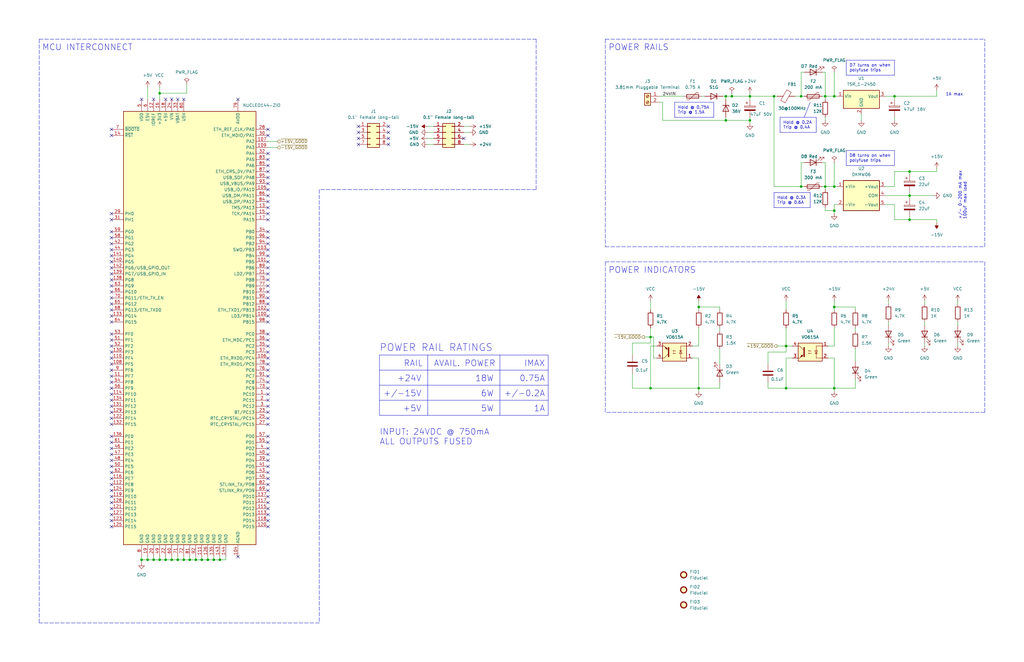
<source format=kicad_sch>
(kicad_sch (version 20211123) (generator eeschema)
  (paper "USLedger")
  (title_block (title "NISoC Readout 1 Power Board") (date "2022-07-27") (rev "1.0") (company "University of Dallas") (comment 1 "Drawn By: Aidan Medcalf"))
  (junction (at 383.54 82.55))
  (junction (at 90.17 236.22))
  (junction (at 337.82 78.74))
  (junction (at 308.61 40.64))
  (junction (at 306.07 50.8))
  (junction (at 351.79 40.64))
  (junction (at 80.01 236.22))
  (junction (at 59.69 236.22))
  (junction (at 274.32 163.83))
  (junction (at 87.63 236.22))
  (junction (at 77.47 236.22))
  (junction (at 316.23 40.64))
  (junction (at 92.71 236.22))
  (junction (at 294.64 163.83))
  (junction (at 82.55 236.22))
  (junction (at 64.77 236.22))
  (junction (at 351.79 163.83))
  (junction (at 331.47 146.05))
  (junction (at 351.79 88.9))
  (junction (at 69.85 236.22))
  (junction (at 331.47 163.83))
  (junction (at 85.09 236.22))
  (junction (at 62.23 236.22))
  (junction (at 383.54 92.71))
  (junction (at 351.79 78.74))
  (junction (at 347.98 40.64))
  (junction (at 294.64 129.54))
  (junction (at 326.39 40.64))
  (junction (at 383.54 72.39))
  (junction (at 67.31 236.22))
  (junction (at 316.23 50.8))
  (junction (at 74.93 236.22))
  (junction (at 351.79 129.54))
  (junction (at 274.32 142.24))
  (junction (at 337.82 40.64))
  (junction (at 347.98 78.74))
  (junction (at 306.07 40.64))
  (junction (at 72.39 236.22))
  (junction (at 67.31 39.37))
  (junction (at 377.19 40.64))
  (no_connect (at 46.99 113.03))
  (no_connect (at 113.03 133.35))
  (no_connect (at 100.33 234.95))
  (no_connect (at 113.03 207.01))
  (no_connect (at 46.99 133.35))
  (no_connect (at 113.03 201.93))
  (no_connect (at 113.03 77.47))
  (no_connect (at 46.99 173.99))
  (no_connect (at 113.03 92.71))
  (no_connect (at 113.03 120.65))
  (no_connect (at 46.99 189.23))
  (no_connect (at 113.03 135.89))
  (no_connect (at 46.99 90.17))
  (no_connect (at 46.99 92.71))
  (no_connect (at 46.99 97.79))
  (no_connect (at 46.99 176.53))
  (no_connect (at 46.99 143.51))
  (no_connect (at 113.03 110.49))
  (no_connect (at 113.03 97.79))
  (no_connect (at 46.99 168.91))
  (no_connect (at 113.03 176.53))
  (no_connect (at 113.03 163.83))
  (no_connect (at 163.83 53.34))
  (no_connect (at 113.03 156.21))
  (no_connect (at 46.99 219.71))
  (no_connect (at 46.99 209.55))
  (no_connect (at 151.13 58.42))
  (no_connect (at 113.03 140.97))
  (no_connect (at 113.03 161.29))
  (no_connect (at 46.99 128.27))
  (no_connect (at 113.03 113.03))
  (no_connect (at 46.99 110.49))
  (no_connect (at 113.03 217.17))
  (no_connect (at 113.03 146.05))
  (no_connect (at 113.03 100.33))
  (no_connect (at 113.03 199.39))
  (no_connect (at 46.99 161.29))
  (no_connect (at 46.99 204.47))
  (no_connect (at 46.99 130.81))
  (no_connect (at 113.03 107.95))
  (no_connect (at 113.03 166.37))
  (no_connect (at 46.99 214.63))
  (no_connect (at 46.99 135.89))
  (no_connect (at 113.03 74.93))
  (no_connect (at 69.85 41.91))
  (no_connect (at 113.03 214.63))
  (no_connect (at 113.03 171.45))
  (no_connect (at 151.13 60.96))
  (no_connect (at 46.99 156.21))
  (no_connect (at 46.99 179.07))
  (no_connect (at 113.03 80.01))
  (no_connect (at 46.99 171.45))
  (no_connect (at 113.03 189.23))
  (no_connect (at 113.03 153.67))
  (no_connect (at 46.99 222.25))
  (no_connect (at 163.83 58.42))
  (no_connect (at 113.03 130.81))
  (no_connect (at 113.03 90.17))
  (no_connect (at 113.03 87.63))
  (no_connect (at 113.03 64.77))
  (no_connect (at 113.03 54.61))
  (no_connect (at 113.03 57.15))
  (no_connect (at 46.99 105.41))
  (no_connect (at 113.03 105.41))
  (no_connect (at 46.99 102.87))
  (no_connect (at 46.99 191.77))
  (no_connect (at 113.03 168.91))
  (no_connect (at 46.99 151.13))
  (no_connect (at 113.03 102.87))
  (no_connect (at 46.99 146.05))
  (no_connect (at 46.99 207.01))
  (no_connect (at 46.99 212.09))
  (no_connect (at 59.69 41.91))
  (no_connect (at 64.77 41.91))
  (no_connect (at 74.93 41.91))
  (no_connect (at 72.39 41.91))
  (no_connect (at 113.03 179.07))
  (no_connect (at 113.03 143.51))
  (no_connect (at 46.99 166.37))
  (no_connect (at 46.99 120.65))
  (no_connect (at 113.03 209.55))
  (no_connect (at 113.03 222.25))
  (no_connect (at 113.03 186.69))
  (no_connect (at 113.03 85.09))
  (no_connect (at 113.03 196.85))
  (no_connect (at 113.03 184.15))
  (no_connect (at 46.99 115.57))
  (no_connect (at 113.03 128.27))
  (no_connect (at 113.03 125.73))
  (no_connect (at 113.03 191.77))
  (no_connect (at 113.03 82.55))
  (no_connect (at 113.03 219.71))
  (no_connect (at 113.03 67.31))
  (no_connect (at 46.99 196.85))
  (no_connect (at 46.99 199.39))
  (no_connect (at 113.03 72.39))
  (no_connect (at 46.99 54.61))
  (no_connect (at 46.99 57.15))
  (no_connect (at 100.33 41.91))
  (no_connect (at 46.99 186.69))
  (no_connect (at 46.99 153.67))
  (no_connect (at 46.99 217.17))
  (no_connect (at 113.03 158.75))
  (no_connect (at 46.99 123.19))
  (no_connect (at 46.99 184.15))
  (no_connect (at 163.83 60.96))
  (no_connect (at 113.03 123.19))
  (no_connect (at 163.83 55.88))
  (no_connect (at 46.99 158.75))
  (no_connect (at 113.03 69.85))
  (no_connect (at 113.03 212.09))
  (no_connect (at 151.13 55.88))
  (no_connect (at 77.47 41.91))
  (no_connect (at 113.03 151.13))
  (no_connect (at 46.99 140.97))
  (no_connect (at 151.13 53.34))
  (no_connect (at 46.99 194.31))
  (no_connect (at 46.99 118.11))
  (no_connect (at 113.03 194.31))
  (no_connect (at 113.03 204.47))
  (no_connect (at 195.58 58.42))
  (no_connect (at 113.03 148.59))
  (no_connect (at 113.03 118.11))
  (no_connect (at 46.99 100.33))
  (no_connect (at 46.99 148.59))
  (no_connect (at 113.03 173.99))
  (no_connect (at 46.99 125.73))
  (no_connect (at 46.99 201.93))
  (no_connect (at 46.99 163.83))
  (no_connect (at 46.99 107.95))
  (no_connect (at 113.03 115.57))
  (wire (pts (xy 195.58 60.96) (xy 198.12 60.96)))
  (wire (pts (xy 383.54 82.55) (xy 383.54 83.82)))
  (polyline (pts (xy 377.19 25.4) (xy 377.19 31.75)) (stroke (width 0) (type solid)))
  (wire (pts (xy 389.89 127) (xy 389.89 128.27)))
  (wire (pts (xy 316.23 40.64) (xy 316.23 39.37)))
  (wire (pts (xy 337.82 78.74) (xy 326.39 78.74)))
  (wire (pts (xy 92.71 234.95) (xy 92.71 236.22)))
  (wire (pts (xy 87.63 236.22) (xy 90.17 236.22)))
  (wire (pts (xy 303.53 161.29) (xy 303.53 163.83)))
  (wire (pts (xy 308.61 39.37) (xy 308.61 40.64)))
  (wire (pts (xy 72.39 234.95) (xy 72.39 236.22)))
  (wire (pts (xy 351.79 86.36) (xy 351.79 88.9)))
  (wire (pts (xy 351.79 40.64) (xy 353.06 40.64)))
  (wire (pts (xy 339.09 68.58) (xy 337.82 68.58)))
  (wire (pts (xy 274.32 138.43) (xy 274.32 142.24)))
  (wire (pts (xy 363.22 48.26) (xy 363.22 50.8)))
  (wire (pts (xy 62.23 36.83) (xy 62.23 41.91)))
  (wire (pts (xy 360.68 129.54) (xy 360.68 130.81)))
  (wire (pts (xy 294.64 151.13) (xy 294.64 163.83)))
  (polyline (pts (xy 16.51 16.51) (xy 16.51 262.89)))
  (polyline (pts (xy 134.62 262.89) (xy 16.51 262.89)))
  (polyline (pts (xy 377.19 69.85) (xy 356.87 69.85)) (stroke (width 0) (type solid)))
  (wire (pts (xy 377.19 78.74) (xy 377.19 72.39)))
  (wire (pts (xy 80.01 234.95) (xy 80.01 236.22)))
  (wire (pts (xy 67.31 39.37) (xy 67.31 41.91)))
  (wire (pts (xy 360.68 147.32) (xy 360.68 152.4)))
  (wire (pts (xy 266.7 163.83) (xy 274.32 163.83)))
  (polyline (pts (xy 16.51 16.51) (xy 226.06 16.51)))
  (wire (pts (xy 360.68 138.43) (xy 360.68 139.7)))
  (wire (pts (xy 337.82 30.48) (xy 337.82 40.64)))
  (wire (pts (xy 403.86 144.78) (xy 403.86 146.05)))
  (polyline (pts (xy 255.27 104.14) (xy 415.29 104.14)))
  (wire (pts (xy 374.65 144.78) (xy 374.65 146.05)))
  (wire (pts (xy 347.98 30.48) (xy 347.98 40.64)))
  (wire (pts (xy 351.79 129.54) (xy 360.68 129.54)))
  (polyline (pts (xy 210.82 149.86) (xy 210.82 175.26)) (stroke (width 0) (type solid)))
  (polyline (pts (xy 344.17 49.53) (xy 344.17 55.88)) (stroke (width 0) (type solid)))
  (wire (pts (xy 394.97 40.64) (xy 394.97 38.1)))
  (wire (pts (xy 403.86 127) (xy 403.86 128.27)))
  (wire (pts (xy 82.55 236.22) (xy 85.09 236.22)))
  (wire (pts (xy 353.06 86.36) (xy 351.79 86.36)))
  (wire (pts (xy 331.47 163.83) (xy 331.47 151.13)))
  (wire (pts (xy 351.79 151.13) (xy 351.79 163.83)))
  (wire (pts (xy 351.79 129.54) (xy 351.79 130.81)))
  (wire (pts (xy 383.54 92.71) (xy 394.97 92.71)))
  (wire (pts (xy 383.54 92.71) (xy 383.54 91.44)))
  (wire (pts (xy 274.32 144.78) (xy 274.32 142.24)))
  (wire (pts (xy 347.98 78.74) (xy 347.98 80.01)))
  (wire (pts (xy 331.47 146.05) (xy 334.01 146.05)))
  (wire (pts (xy 347.98 41.91) (xy 347.98 40.64)))
  (wire (pts (xy 77.47 236.22) (xy 80.01 236.22)))
  (wire (pts (xy 276.86 146.05) (xy 274.32 146.05)))
  (wire (pts (xy 59.69 234.95) (xy 59.69 236.22)))
  (wire (pts (xy 347.98 87.63) (xy 347.98 88.9)))
  (polyline (pts (xy 255.27 110.49) (xy 255.27 173.99)))
  (wire (pts (xy 331.47 138.43) (xy 331.47 146.05)))
  (wire (pts (xy 180.34 60.96) (xy 182.88 60.96)))
  (wire (pts (xy 374.65 127) (xy 374.65 128.27)))
  (polyline (pts (xy 160.02 175.26) (xy 231.14 175.26)) (stroke (width 0) (type solid)))
  (wire (pts (xy 72.39 236.22) (xy 74.93 236.22)))
  (wire (pts (xy 349.25 151.13) (xy 351.79 151.13)))
  (wire (pts (xy 347.98 78.74) (xy 346.71 78.74)))
  (wire (pts (xy 347.98 88.9) (xy 351.79 88.9)))
  (wire (pts (xy 69.85 236.22) (xy 72.39 236.22)))
  (polyline (pts (xy 344.17 55.88) (xy 328.93 55.88)) (stroke (width 0) (type solid)))
  (polyline (pts (xy 300.99 43.18) (xy 300.99 49.53)) (stroke (width 0) (type solid)))
  (wire (pts (xy 374.65 135.89) (xy 374.65 137.16)))
  (wire (pts (xy 67.31 236.22) (xy 69.85 236.22)))
  (wire (pts (xy 351.79 163.83) (xy 351.79 165.1)))
  (wire (pts (xy 303.53 129.54) (xy 303.53 130.81)))
  (wire (pts (xy 349.25 146.05) (xy 351.79 146.05)))
  (polyline (pts (xy 415.29 104.14) (xy 415.29 16.51)))
  (wire (pts (xy 306.07 50.8) (xy 316.23 50.8)))
  (wire (pts (xy 373.38 40.64) (xy 377.19 40.64)))
  (wire (pts (xy 92.71 236.22) (xy 95.25 236.22)))
  (polyline (pts (xy 356.87 25.4) (xy 356.87 31.75)) (stroke (width 0) (type solid)))
  (wire (pts (xy 394.97 72.39) (xy 394.97 71.12)))
  (wire (pts (xy 303.53 138.43) (xy 303.53 139.7)))
  (wire (pts (xy 77.47 234.95) (xy 77.47 236.22)))
  (wire (pts (xy 59.69 236.22) (xy 59.69 237.49)))
  (wire (pts (xy 383.54 72.39) (xy 394.97 72.39)))
  (polyline (pts (xy 231.14 149.86) (xy 231.14 175.26)) (stroke (width 0) (type solid)))
  (wire (pts (xy 323.85 148.59) (xy 331.47 148.59)))
  (wire (pts (xy 195.58 53.34) (xy 198.12 53.34)))
  (wire (pts (xy 377.19 86.36) (xy 377.19 92.71)))
  (wire (pts (xy 195.58 55.88) (xy 198.12 55.88)))
  (wire (pts (xy 82.55 234.95) (xy 82.55 236.22)))
  (wire (pts (xy 294.64 138.43) (xy 294.64 146.05)))
  (wire (pts (xy 337.82 30.48) (xy 339.09 30.48)))
  (wire (pts (xy 373.38 78.74) (xy 377.19 78.74)))
  (wire (pts (xy 274.32 127) (xy 274.32 130.81)))
  (polyline (pts (xy 341.63 81.28) (xy 341.63 87.63)) (stroke (width 0) (type solid)))
  (wire (pts (xy 90.17 234.95) (xy 90.17 236.22)))
  (wire (pts (xy 347.98 49.53) (xy 347.98 50.8)))
  (wire (pts (xy 351.79 78.74) (xy 347.98 78.74)))
  (polyline (pts (xy 160.02 168.91) (xy 231.14 168.91)) (stroke (width 0) (type solid)))
  (polyline (pts (xy 284.48 43.18) (xy 284.48 49.53)) (stroke (width 0) (type solid)))
  (wire (pts (xy 275.59 142.24) (xy 274.32 142.24)))
  (wire (pts (xy 294.64 129.54) (xy 303.53 129.54)))
  (wire (pts (xy 180.34 58.42) (xy 182.88 58.42)))
  (wire (pts (xy 377.19 40.64) (xy 377.19 41.91)))
  (wire (pts (xy 274.32 146.05) (xy 274.32 163.83)))
  (wire (pts (xy 292.1 146.05) (xy 294.64 146.05)))
  (polyline (pts (xy 255.27 16.51) (xy 415.29 16.51)))
  (wire (pts (xy 377.19 72.39) (xy 383.54 72.39)))
  (wire (pts (xy 394.97 92.71) (xy 394.97 93.98)))
  (polyline (pts (xy 180.34 149.86) (xy 180.34 175.26)) (stroke (width 0) (type solid)))
  (wire (pts (xy 113.03 59.69) (xy 116.84 59.69)))
  (wire (pts (xy 347.98 40.64) (xy 351.79 40.64)))
  (polyline (pts (xy 356.87 63.5) (xy 377.19 63.5)) (stroke (width 0) (type solid)))
  (wire (pts (xy 306.07 49.53) (xy 306.07 50.8)))
  (wire (pts (xy 347.98 68.58) (xy 347.98 78.74)))
  (wire (pts (xy 180.34 55.88) (xy 182.88 55.88)))
  (polyline (pts (xy 328.93 49.53) (xy 339.09 49.53)) (stroke (width 0) (type solid)))
  (wire (pts (xy 64.77 236.22) (xy 67.31 236.22)))
  (wire (pts (xy 316.23 40.64) (xy 326.39 40.64)))
  (wire (pts (xy 67.31 234.95) (xy 67.31 236.22)))
  (wire (pts (xy 337.82 68.58) (xy 337.82 78.74)))
  (wire (pts (xy 303.53 147.32) (xy 303.53 153.67)))
  (wire (pts (xy 113.03 62.23) (xy 116.84 62.23)))
  (wire (pts (xy 346.71 30.48) (xy 347.98 30.48)))
  (wire (pts (xy 266.7 157.48) (xy 266.7 163.83)))
  (polyline (pts (xy 377.19 63.5) (xy 377.19 69.85)) (stroke (width 0) (type solid)))
  (wire (pts (xy 306.07 50.8) (xy 279.4 50.8)))
  (wire (pts (xy 323.85 161.29) (xy 323.85 163.83)))
  (polyline (pts (xy 341.63 87.63) (xy 326.39 87.63)) (stroke (width 0) (type solid)))
  (wire (pts (xy 316.23 50.8) (xy 316.23 52.07)))
  (polyline (pts (xy 356.87 25.4) (xy 377.19 25.4)) (stroke (width 0) (type solid)))
  (wire (pts (xy 331.47 148.59) (xy 331.47 146.05)))
  (wire (pts (xy 377.19 92.71) (xy 383.54 92.71)))
  (wire (pts (xy 85.09 234.95) (xy 85.09 236.22)))
  (wire (pts (xy 323.85 163.83) (xy 331.47 163.83)))
  (polyline (pts (xy 134.62 80.01) (xy 134.62 262.89)))
  (wire (pts (xy 326.39 40.64) (xy 327.66 40.64)))
  (wire (pts (xy 275.59 151.13) (xy 275.59 142.24)))
  (polyline (pts (xy 326.39 81.28) (xy 326.39 87.63)) (stroke (width 0) (type solid)))
  (wire (pts (xy 353.06 78.74) (xy 351.79 78.74)))
  (wire (pts (xy 351.79 88.9) (xy 351.79 90.17)))
  (wire (pts (xy 351.79 163.83) (xy 360.68 163.83)))
  (wire (pts (xy 67.31 39.37) (xy 78.74 39.37)))
  (wire (pts (xy 327.66 146.05) (xy 331.47 146.05)))
  (wire (pts (xy 308.61 40.64) (xy 316.23 40.64)))
  (wire (pts (xy 64.77 234.95) (xy 64.77 236.22)))
  (wire (pts (xy 351.79 68.58) (xy 351.79 78.74)))
  (wire (pts (xy 351.79 127) (xy 351.79 129.54)))
  (wire (pts (xy 266.7 149.86) (xy 266.7 144.78)))
  (wire (pts (xy 59.69 236.22) (xy 62.23 236.22)))
  (wire (pts (xy 351.79 30.48) (xy 351.79 40.64)))
  (wire (pts (xy 74.93 234.95) (xy 74.93 236.22)))
  (wire (pts (xy 331.47 151.13) (xy 334.01 151.13)))
  (polyline (pts (xy 255.27 110.49) (xy 415.29 110.49)))
  (polyline (pts (xy 160.02 149.86) (xy 231.14 149.86)) (stroke (width 0) (type solid)))
  (wire (pts (xy 278.13 40.64) (xy 288.29 40.64)))
  (wire (pts (xy 351.79 138.43) (xy 351.79 146.05)))
  (wire (pts (xy 316.23 40.64) (xy 316.23 41.91)))
  (wire (pts (xy 383.54 82.55) (xy 393.7 82.55)))
  (polyline (pts (xy 339.09 49.53) (xy 344.17 49.53)) (stroke (width 0) (type solid)))
  (wire (pts (xy 295.91 40.64) (xy 297.18 40.64)))
  (polyline (pts (xy 226.06 80.01) (xy 134.62 80.01)))
  (wire (pts (xy 294.64 129.54) (xy 294.64 130.81)))
  (polyline (pts (xy 226.06 16.51) (xy 226.06 80.01)))
  (wire (pts (xy 180.34 53.34) (xy 182.88 53.34)))
  (wire (pts (xy 271.78 142.24) (xy 274.32 142.24)))
  (wire (pts (xy 331.47 163.83) (xy 351.79 163.83)))
  (wire (pts (xy 67.31 36.83) (xy 67.31 39.37)))
  (wire (pts (xy 274.32 163.83) (xy 294.64 163.83)))
  (wire (pts (xy 339.09 78.74) (xy 337.82 78.74)))
  (wire (pts (xy 80.01 236.22) (xy 82.55 236.22)))
  (wire (pts (xy 276.86 151.13) (xy 275.59 151.13)))
  (wire (pts (xy 85.09 236.22) (xy 87.63 236.22)))
  (wire (pts (xy 346.71 40.64) (xy 347.98 40.64)))
  (polyline (pts (xy 377.19 31.75) (xy 356.87 31.75)) (stroke (width 0) (type solid)))
  (wire (pts (xy 292.1 151.13) (xy 294.64 151.13)))
  (polyline (pts (xy 356.87 63.5) (xy 356.87 69.85)) (stroke (width 0) (type solid)))
  (wire (pts (xy 360.68 160.02) (xy 360.68 163.83)))
  (wire (pts (xy 294.64 163.83) (xy 294.64 165.1)))
  (wire (pts (xy 373.38 82.55) (xy 383.54 82.55)))
  (wire (pts (xy 389.89 144.78) (xy 389.89 146.05)))
  (wire (pts (xy 403.86 135.89) (xy 403.86 137.16)))
  (wire (pts (xy 306.07 40.64) (xy 306.07 41.91)))
  (wire (pts (xy 389.89 135.89) (xy 389.89 137.16)))
  (wire (pts (xy 306.07 40.64) (xy 308.61 40.64)))
  (polyline (pts (xy 326.39 81.28) (xy 341.63 81.28)) (stroke (width 0) (type solid)))
  (wire (pts (xy 95.25 236.22) (xy 95.25 234.95)))
  (wire (pts (xy 90.17 236.22) (xy 92.71 236.22)))
  (polyline (pts (xy 415.29 110.49) (xy 415.29 173.99)))
  (wire (pts (xy 62.23 236.22) (xy 64.77 236.22)))
  (wire (pts (xy 323.85 153.67) (xy 323.85 148.59)))
  (polyline (pts (xy 415.29 173.99) (xy 255.27 173.99)))
  (wire (pts (xy 87.63 234.95) (xy 87.63 236.22)))
  (polyline (pts (xy 328.93 55.88) (xy 328.93 49.53)) (stroke (width 0) (type solid)))
  (polyline (pts (xy 160.02 149.86) (xy 160.02 175.26)) (stroke (width 0) (type solid)))
  (wire (pts (xy 331.47 127) (xy 331.47 130.81)))
  (wire (pts (xy 278.13 43.18) (xy 279.4 43.18)))
  (wire (pts (xy 279.4 43.18) (xy 279.4 50.8)))
  (wire (pts (xy 62.23 236.22) (xy 62.23 234.95)))
  (polyline (pts (xy 284.48 43.18) (xy 300.99 43.18)) (stroke (width 0) (type solid)))
  (wire (pts (xy 373.38 86.36) (xy 377.19 86.36)))
  (wire (pts (xy 337.82 40.64) (xy 339.09 40.64)))
  (wire (pts (xy 326.39 40.64) (xy 326.39 78.74)))
  (wire (pts (xy 294.64 163.83) (xy 303.53 163.83)))
  (wire (pts (xy 377.19 49.53) (xy 377.19 50.8)))
  (wire (pts (xy 335.28 40.64) (xy 337.82 40.64)))
  (wire (pts (xy 266.7 144.78) (xy 274.32 144.78)))
  (wire (pts (xy 74.93 236.22) (xy 77.47 236.22)))
  (wire (pts (xy 383.54 72.39) (xy 383.54 73.66)))
  (wire (pts (xy 346.71 68.58) (xy 347.98 68.58)))
  (wire (pts (xy 294.64 127) (xy 294.64 129.54)))
  (polyline (pts (xy 341.63 43.18) (xy 339.09 49.53)) (stroke (width 0) (type solid)))
  (wire (pts (xy 383.54 82.55) (xy 383.54 81.28)))
  (polyline (pts (xy 160.02 156.21) (xy 231.14 156.21)) (stroke (width 0) (type solid)))
  (wire (pts (xy 377.19 40.64) (xy 394.97 40.64)))
  (polyline (pts (xy 255.27 16.51) (xy 255.27 104.14)))
  (wire (pts (xy 78.74 39.37) (xy 78.74 35.56)))
  (polyline (pts (xy 160.02 162.56) (xy 231.14 162.56)) (stroke (width 0) (type solid)))
  (wire (pts (xy 69.85 234.95) (xy 69.85 236.22)))
  (wire (pts (xy 316.23 49.53) (xy 316.23 50.8)))
  (polyline (pts (xy 300.99 49.53) (xy 284.48 49.53)) (stroke (width 0) (type solid)))
  (wire (pts (xy 304.8 40.64) (xy 306.07 40.64)))
  (text "+/- 0-200 mA max\n100uF max load" (at 407.67 92.71 90) (effects (font (size 1.27 1.27)) (justify left bottom)))
  (text "MCU INTERCONNECT" (at 17.78 21.59 0) (effects (font (size 2.54 2.54)) (justify left bottom)))
  (text "+24V" (at 177.8 161.29 180) (effects (font (size 2.54 2.54)) (justify right bottom)))
  (text "18W" (at 208.28 161.29 180) (effects (font (size 2.54 2.54)) (justify right bottom)))
  (text "D7 turns on when\npolyfuse trips" (at 358.14 30.48 0) (effects (font (size 1.27 1.27)) (justify left bottom)))
  (text "+/-15V" (at 177.8 167.64 180) (effects (font (size 2.54 2.54)) (justify right bottom)))
  (text "POWER RAIL RATINGS" (at 160.02 148.59 0) (effects (font (size 3 3)) (justify left bottom)))
  (text "POWER RAILS" (at 256.54 21.59 0) (effects (font (size 2.54 2.54)) (justify left bottom)))
  (text "6W" (at 208.28 167.64 180) (effects (font (size 2.54 2.54)) (justify right bottom)))
  (text "D8 turns on when\npolyfuse trips" (at 358.14 68.58 0) (effects (font (size 1.27 1.27)) (justify left bottom)))
  (text "+5V" (at 177.8 173.99 180) (effects (font (size 2.54 2.54)) (justify right bottom)))
  (text "0.75A" (at 229.87 161.29 180) (effects (font (size 2.54 2.54)) (justify right bottom)))
  (text "1A" (at 229.87 173.99 180) (effects (font (size 2.54 2.54)) (justify right bottom)))
  (text "+/-0.2A" (at 229.87 167.64 180) (effects (font (size 2.54 2.54)) (justify right bottom)))
  (text "RAIL" (at 170.18 154.94 0) (effects (font (size 2.54 2.54)) (justify left bottom)))
  (text "1A max" (at 398.78 40.64 0) (effects (font (size 1.27 1.27)) (justify left bottom)))
  (text "IMAX" (at 220.98 154.94 0) (effects (font (size 2.54 2.54)) (justify left bottom)))
  (text "INPUT: 24VDC @ 750mA\nALL OUTPUTS FUSED" (at 160.02 187.96 0) (effects (font (size 2.54 2.54)) (justify left bottom)))
  (text "Hold @ 0.3A\nTrip @ 0.6A" (at 327.66 86.36 0) (effects (font (size 1.27 1.27)) (justify left bottom)))
  (text "Hold @ 0.2A\nTrip @ 0.4A" (at 330.2 54.61 0) (effects (font (size 1.27 1.27)) (justify left bottom)))
  (text "POWER INDICATORS" (at 256.54 115.57 0) (effects (font (size 2.54 2.54)) (justify left bottom)))
  (text "Hold @ 0.75A\nTrip @ 1.5A" (at 285.75 48.26 0) (effects (font (size 1.27 1.27)) (justify left bottom)))
  (text "5W" (at 208.28 173.99 180) (effects (font (size 2.54 2.54)) (justify right bottom)))
  (text "AVAIL. POWER" (at 182.88 154.94 0) (effects (font (size 2.54 2.54)) (justify left bottom)))
  (label "24VIN" (at 279.4 40.64 0))
  (hierarchical_label "~{-15V_GOOD}" (shape input) (at 116.84 62.23 0))
  (hierarchical_label "~{-15V_GOOD}" (shape output) (at 271.78 142.24 180))
  (hierarchical_label "~{+15V_GOOD}" (shape input) (at 116.84 59.69 0))
  (hierarchical_label "~{+15V_GOOD}" (shape output) (at 327.66 146.05 180))
  (symbol (lib_id "Device:C_Polarized") (at 377.19 45.72 0) (unit 1)
    (property "Reference" "C2" (at 381 43.5609 0) (effects (justify left)))
    (property "Value" "47uF 16V" (at 381 46.1009 0) (effects (justify left)))
    (property "Footprint" "Capacitor_SMD:CP_Elec_5x5.3" (effects hide))
  )
  (symbol (lib_id "NISoC-Socket:DKMW06") (at 363.22 82.55 0) (unit 1)
    (property "Reference" "U2" (at 363.22 71.12 0))
    (property "Value" "DKMW06" (at 363.22 73.66 0))
    (property "Footprint" "NISoC-Socket:Converter_DCDC_Meanwell_DKMW06" (effects hide))
    (property "Datasheet" "https://www.meanwell.com/webapp/product/search.aspx?prod=DKMW06#1" (effects hide))
    (property "MFG 1" "Mean Well" (effects hide))
    (property "MPN 1" "DKMW06F-15" (effects hide))
  )
  (symbol (lib_id "power:+15V") (at 351.79 127 0) (unit 1)
    (property "Reference" "#PWR024" (effects hide))
    (property "Value" "+15V" (at 351.79 121.92 0))
  )
  (symbol (lib_id "power:VCC") (at 331.47 127 0) (unit 1)
    (property "Reference" "#PWR023" (effects hide))
    (property "Value" "VCC" (at 331.47 121.92 0))
  )
  (symbol (lib_id "Regulator_Switching:TSR_1-2450") (at 363.22 43.18 0) (unit 1)
    (property "Reference" "U1" (at 363.22 33.02 0))
    (property "Value" "TSR_1-2450" (at 363.22 35.56 0))
    (property "Footprint" "Converter_DCDC:Converter_DCDC_TRACO_TSR-1_THT" (effects hide))
    (property "Datasheet" "http://www.tracopower.com/products/tsr1.pdf" (effects hide))
    (property "MFG 1" "TRACO" (effects hide))
    (property "MPN 1" "TSR 1-2450" (effects hide))
  )
  (symbol (lib_id "Device:LED") (at 360.68 156.21 90) (unit 1)
    (property "Reference" "D4" (at 364.49 156.5274 90) (effects (justify right)))
    (property "Value" "Green" (at 364.49 159.0674 90) (effects (justify right)))
    (property "Footprint" "LED_SMD:LED_0805_2012Metric" (effects hide))
    (property "Manufacturer" "Kingbright" (effects hide))
    (property "MPN" "APT2012LZGCK" (effects hide))
  )
  (symbol (lib_id "power:GND") (at 363.22 50.8 0) (unit 1)
    (property "Reference" "#PWR05" (effects hide))
    (property "Value" "GND" (at 363.22 55.88 0))
  )
  (symbol (lib_id "Device:R") (at 294.64 134.62 180) (unit 1)
    (property "Reference" "R2" (at 297.18 133.3499 0) (effects (justify right)))
    (property "Value" "4.7K" (at 297.18 135.8899 0) (effects (justify right)))
    (property "Footprint" "Resistor_SMD:R_0805_2012Metric" (effects hide))
  )
  (symbol (lib_id "power:GND") (at 393.7 82.55 90) (unit 1)
    (property "Reference" "#PWR09" (effects hide))
    (property "Value" "GND" (at 397.51 82.5499 90) (effects (justify right)))
  )
  (symbol (lib_id "power:VCC") (at 67.31 36.83 0) (unit 1)
    (property "Reference" "#PWR032" (effects hide))
    (property "Value" "VCC" (at 67.31 31.75 0))
  )
  (symbol (lib_id "power:GND") (at 198.12 55.88 90) (unit 1)
    (property "Reference" "#PWR017" (effects hide))
    (property "Value" "GND" (at 201.93 55.8799 90) (effects (justify right)))
  )
  (symbol (lib_id "power:+24V") (at 316.23 39.37 0) (unit 1)
    (property "Reference" "#PWR02" (effects hide))
    (property "Value" "+24V" (at 316.23 34.29 0))
  )
  (symbol (lib_id "Device:C_Polarized") (at 316.23 45.72 0) (unit 1)
    (property "Reference" "C1" (at 320.04 43.5609 0) (effects (justify left)))
    (property "Value" "47uF 50V" (at 316.23 48.26 0) (effects (justify left)))
    (property "Footprint" "Capacitor_SMD:CP_Elec_6.3x7.7" (effects hide))
  )
  (symbol (lib_id "power:PWR_FLAG") (at 351.79 68.58 0) (unit 1)
    (property "Reference" "#FLG0101" (effects hide))
    (property "Value" "PWR_FLAG" (at 351.79 63.5 0))
  )
  (symbol (lib_id "Device:C") (at 323.85 157.48 0) (unit 1)
    (property "Reference" "C6" (at 327.66 156.2099 0) (effects (justify left)))
    (property "Value" "0.1uF" (at 325.12 160.02 0) (effects (justify left)))
    (property "Footprint" "Capacitor_SMD:C_0805_2012Metric" (effects hide))
  )
  (symbol (lib_id "power:GND") (at 294.64 165.1 0) (unit 1)
    (property "Reference" "#PWR021" (effects hide))
    (property "Value" "GND" (at 294.64 170.18 0))
  )
  (symbol (lib_id "power:GND") (at 389.89 146.05 0) (unit 1)
    (property "Reference" "#PWR030" (effects hide))
    (property "Value" "GND" (at 389.89 151.13 0))
  )
  (symbol (lib_id "Device:R") (at 303.53 143.51 0) (unit 1)
    (property "Reference" "R3" (at 306.07 142.2399 0) (effects (justify left)))
    (property "Value" "1.5K" (at 306.07 144.7799 0) (effects (justify left)))
    (property "Footprint" "Resistor_SMD:R_0805_2012Metric" (effects hide))
  )
  (symbol (lib_id "Device:R") (at 351.79 134.62 180) (unit 1)
    (property "Reference" "R6" (at 354.33 133.3499 0) (effects (justify right)))
    (property "Value" "4.7K" (at 354.33 135.8899 0) (effects (justify right)))
    (property "Footprint" "Resistor_SMD:R_0805_2012Metric" (effects hide))
  )
  (symbol (lib_id "power:+15V") (at 198.12 53.34 270) (unit 1)
    (property "Reference" "#PWR016" (effects hide))
    (property "Value" "+15V" (at 201.93 53.3399 90) (effects (justify left)))
  )
  (symbol (lib_id "power:+24V") (at 374.65 127 0) (unit 1)
    (property "Reference" "#PWR027" (effects hide))
    (property "Value" "+24V" (at 374.65 121.92 0))
  )
  (symbol (lib_id "power:VCC") (at 403.86 127 0) (unit 1)
    (property "Reference" "#PWR026" (effects hide))
    (property "Value" "VCC" (at 403.86 121.92 0))
  )
  (symbol (lib_id "power:GND") (at 316.23 52.07 0) (unit 1)
    (property "Reference" "#PWR03" (effects hide))
    (property "Value" "GND" (at 316.23 57.15 0))
  )
  (symbol (lib_id "Connector_Generic:Conn_02x04_Odd_Even") (at 187.96 55.88 0) (unit 1)
    (property "Reference" "J2" (at 189.23 46.99 0))
    (property "Value" "0.1\" Female long-tail" (at 189.23 49.53 0))
    (property "Footprint" "Connector_PinHeader_2.54mm:PinHeader_2x04_P2.54mm_Vertical" (effects hide))
    (property "MFG 1" "Mill-Max" (effects hide))
    (property "MPN 1" "411-XX-2XX-41-001000" (effects hide))
  )
  (symbol (lib_id "Device:Polyfuse") (at 342.9 40.64 90) (unit 1)
    (property "Reference" "F2" (at 342.9 34.29 90))
    (property "Value" "200 mA" (at 342.9 36.83 90))
    (property "Footprint" "Fuse:Fuse_1206_3216Metric" (effects hide))
  )
  (symbol (lib_id "Device:R") (at 360.68 143.51 0) (unit 1)
    (property "Reference" "R7" (at 363.22 142.2399 0) (effects (justify left)))
    (property "Value" "1.5K" (at 363.22 144.7799 0) (effects (justify left)))
    (property "Footprint" "Resistor_SMD:R_0805_2012Metric" (effects hide))
  )
  (symbol (lib_id "Device:R") (at 360.68 134.62 0) (unit 1)
    (property "Reference" "R8" (at 363.22 133.3499 0) (effects (justify left)))
    (property "Value" "4.7K" (at 363.22 135.8899 0) (effects (justify left)))
    (property "Footprint" "Resistor_SMD:R_0805_2012Metric" (effects hide))
  )
  (symbol (lib_id "power:GND") (at 59.69 237.49 0) (unit 1)
    (property "Reference" "#PWR01" (effects hide))
    (property "Value" "GND" (at 59.69 242.57 0))
  )
  (symbol (lib_id "Connector:Screw_Terminal_01x02") (at 273.05 40.64 0) (mirror y) (unit 1)
    (property "Reference" "J3" (at 273.05 34.29 0))
    (property "Value" "3.81mm Pluggable Terminal" (at 273.05 36.83 0))
    (property "Footprint" "Connector_Phoenix_MC:PhoenixContact_MC_1,5_2-G-3.5_1x02_P3.50mm_Horizontal" (effects hide))
    (property "MFG 1" "CUI" (effects hide))
    (property "MPN 1" "TBP03R1-350-02BE" (effects hide))
  )
  (symbol (lib_id "power:GND") (at 374.65 146.05 0) (unit 1)
    (property "Reference" "#PWR028" (effects hide))
    (property "Value" "GND" (at 374.65 151.13 0))
  )
  (symbol (lib_id "Device:C_Polarized") (at 383.54 87.63 0) (unit 1)
    (property "Reference" "C4" (at 387.35 85.4709 0) (effects (justify left)))
    (property "Value" "22uF" (at 387.35 88.0109 0) (effects (justify left)))
    (property "Footprint" "Capacitor_SMD:CP_Elec_5x5.3" (effects hide))
  )
  (symbol (lib_id "Device:D") (at 300.99 40.64 180) (unit 1)
    (property "Reference" "D1" (at 300.99 34.29 0))
    (property "Value" "S1G" (at 300.99 36.83 0))
    (property "Footprint" "Diode_SMD:D_SMA" (effects hide))
  )
  (symbol (lib_id "power:PWR_FLAG") (at 308.61 39.37 0) (unit 1)
    (property "Reference" "#FLG02" (effects hide))
    (property "Value" "PWR_FLAG" (at 308.61 34.29 0))
  )
  (symbol (lib_id "power:GND") (at 180.34 55.88 270) (unit 1)
    (property "Reference" "#PWR013" (effects hide))
    (property "Value" "GND" (at 176.53 55.8799 90) (effects (justify right)))
  )
  (symbol (lib_id "power:GND") (at 347.98 50.8 0) (unit 1)
    (property "Reference" "#PWR022" (effects hide))
    (property "Value" "GND" (at 347.98 55.88 0))
  )
  (symbol (lib_id "Mechanical:Fiducial") (at 288.29 248.92 0) (unit 1)
    (property "Reference" "FID2" (at 290.83 247.6499 0) (effects (justify left)))
    (property "Value" "Fiducial" (at 290.83 250.1899 0) (effects (justify left)))
    (property "Footprint" "Fiducial:Fiducial_0.5mm_Mask1mm" (effects hide))
  )
  (symbol (lib_id "power:GND") (at 351.79 165.1 0) (unit 1)
    (property "Reference" "#PWR025" (effects hide))
    (property "Value" "GND" (at 351.79 170.18 0))
  )
  (symbol (lib_id "power:GND") (at 377.19 50.8 0) (unit 1)
    (property "Reference" "#PWR06" (effects hide))
    (property "Value" "GND" (at 377.19 55.88 0))
  )
  (symbol (lib_id "NISoC-Socket:NUCLEO144-ZIO") (at 80.01 138.43 0) (unit 1)
    (property "Reference" "X1" (effects hide))
    (property "Value" "NUCLEO144-ZIO" (at 102.3494 44.45 0) (effects (justify left)))
    (property "Footprint" "NISoC-Socket:ST_Morpho_Connector_144_STLink_MountingHoles" (effects hide))
  )
  (symbol (lib_id "Device:LED") (at 303.53 157.48 270) (unit 1)
    (property "Reference" "D3" (at 306.07 154.6224 90) (effects (justify left)))
    (property "Value" "Green" (at 306.07 157.1624 90) (effects (justify left)))
    (property "Footprint" "LED_SMD:LED_0805_2012Metric" (effects hide))
    (property "Manufacturer" "Kingbright" (effects hide))
    (property "MPN" "APT2012LZGCK" (effects hide))
  )
  (symbol (lib_id "power:GND") (at 351.79 90.17 0) (unit 1)
    (property "Reference" "#PWR04" (effects hide))
    (property "Value" "GND" (at 351.79 95.25 0))
  )
  (symbol (lib_id "Mechanical:Fiducial") (at 288.29 242.57 0) (unit 1)
    (property "Reference" "FID1" (at 290.83 241.2999 0) (effects (justify left)))
    (property "Value" "Fiducial" (at 290.83 243.8399 0) (effects (justify left)))
    (property "Footprint" "Fiducial:Fiducial_0.5mm_Mask1mm" (effects hide))
  )
  (symbol (lib_id "Device:R") (at 347.98 83.82 0) (unit 1)
    (property "Reference" "R12" (at 342.9 82.55 0) (effects (justify left)))
    (property "Value" "12K" (at 342.9 85.09 0) (effects (justify left)))
    (property "Footprint" "Resistor_SMD:R_0805_2012Metric" (effects hide))
  )
  (symbol (lib_id "Device:LED") (at 342.9 30.48 180) (unit 1)
    (property "Reference" "D7" (at 339.09 27.94 0))
    (property "Value" "Red" (at 342.9 27.94 0))
    (property "Footprint" "LED_SMD:LED_0805_2012Metric" (effects hide))
    (property "MPN" "APT2012LSECK/J3-PRV" (effects hide))
    (property "Manufacturer" "Kingbright" (effects hide))
  )
  (symbol (lib_id "power:-15V") (at 394.97 93.98 180) (unit 1)
    (property "Reference" "#PWR010" (effects hide))
    (property "Value" "-15V" (at 394.97 99.06 0))
  )
  (symbol (lib_id "Isolator:VO615A") (at 284.48 148.59 180) (unit 1)
    (property "Reference" "U3" (at 284.48 139.7 0))
    (property "Value" "VO615A" (at 284.48 142.24 0))
    (property "Footprint" "Package_DIP:DIP-4_W7.62mm_LongPads" (effects hide))
    (property "Datasheet" "http://www.vishay.com/docs/81753/vo615a.pdf" (effects hide))
    (property "MFG 1" "Vishay" (effects hide))
    (property "MPN 1" "VO615A" (effects hide))
  )
  (symbol (lib_id "Device:R") (at 374.65 132.08 0) (unit 1)
    (property "Reference" "R9" (at 377.19 130.8099 0) (effects (justify left)))
    (property "Value" "4.7K" (at 377.19 133.3499 0) (effects (justify left)))
    (property "Footprint" "Resistor_SMD:R_0805_2012Metric" (effects hide))
  )
  (symbol (lib_id "power:GND") (at 180.34 60.96 270) (unit 1)
    (property "Reference" "#PWR015" (effects hide))
    (property "Value" "GND" (at 172.72 60.96 90) (effects (justify left)))
  )
  (symbol (lib_id "Isolator:VO615A") (at 341.63 148.59 0) (mirror y) (unit 1)
    (property "Reference" "U4" (at 341.63 139.7 0))
    (property "Value" "VO615A" (at 341.63 142.24 0))
    (property "Footprint" "Package_DIP:DIP-4_W7.62mm_LongPads" (effects hide))
    (property "Datasheet" "http://www.vishay.com/docs/81753/vo615a.pdf" (effects hide))
    (property "MFG 1" "Vishay" (effects hide))
    (property "MPN 1" "VO615A" (effects hide))
  )
  (symbol (lib_id "Device:R") (at 331.47 134.62 0) (unit 1)
    (property "Reference" "R5" (at 334.01 133.3499 0) (effects (justify left)))
    (property "Value" "4.7K" (at 334.01 135.8899 0) (effects (justify left)))
    (property "Footprint" "Resistor_SMD:R_0805_2012Metric" (effects hide))
  )
  (symbol (lib_id "Device:LED") (at 342.9 68.58 180) (unit 1)
    (property "Reference" "D8" (at 339.09 66.04 0))
    (property "Value" "Red" (at 342.9 66.04 0))
    (property "Footprint" "LED_SMD:LED_0805_2012Metric" (effects hide))
    (property "MPN" "APT2012LSECK/J3-PRV" (effects hide))
    (property "Manufacturer" "Kingbright" (effects hide))
  )
  (symbol (lib_id "Device:D_Zener") (at 306.07 45.72 270) (unit 1)
    (property "Reference" "D2" (at 308.61 44.4499 90) (effects (justify left)))
    (property "Value" "36V" (at 308.61 46.9899 90) (effects (justify left)))
    (property "Footprint" "Diode_SMD:D_SOD-323" (effects hide))
  )
  (symbol (lib_id "Device:LED") (at 403.86 140.97 90) (unit 1)
    (property "Reference" "D9" (at 407.67 141.2874 90) (effects (justify right)))
    (property "Value" "Green" (at 407.67 143.8274 90) (effects (justify right)))
    (property "Footprint" "LED_SMD:LED_0805_2012Metric" (effects hide))
    (property "MPN" "APT2012LZGCK" (effects hide))
    (property "Manufacturer" "Kingbright" (effects hide))
  )
  (symbol (lib_id "power:+5V") (at 180.34 58.42 90) (unit 1)
    (property "Reference" "#PWR014" (effects hide))
    (property "Value" "+5V" (at 176.53 58.4199 90) (effects (justify left)))
  )
  (symbol (lib_id "Device:C") (at 266.7 153.67 0) (unit 1)
    (property "Reference" "C5" (at 270.51 152.3999 0) (effects (justify left)))
    (property "Value" "0.1uF" (at 267.97 156.21 0) (effects (justify left)))
    (property "Footprint" "Capacitor_SMD:C_0805_2012Metric" (effects hide))
  )
  (symbol (lib_id "Device:R") (at 347.98 45.72 0) (unit 1)
    (property "Reference" "R11" (at 342.9 44.45 0) (effects (justify left)))
    (property "Value" "12K" (at 342.9 46.99 0) (effects (justify left)))
    (property "Footprint" "Resistor_SMD:R_0805_2012Metric" (effects hide))
  )
  (symbol (lib_id "Mechanical:Fiducial") (at 288.29 255.27 0) (unit 1)
    (property "Reference" "FID3" (at 290.83 253.9999 0) (effects (justify left)))
    (property "Value" "Fiducial" (at 290.83 256.5399 0) (effects (justify left)))
    (property "Footprint" "Fiducial:Fiducial_0.5mm_Mask1mm" (effects hide))
  )
  (symbol (lib_id "Device:R") (at 303.53 134.62 0) (unit 1)
    (property "Reference" "R4" (at 306.07 133.3499 0) (effects (justify left)))
    (property "Value" "4.7K" (at 306.07 135.8899 0) (effects (justify left)))
    (property "Footprint" "Resistor_SMD:R_0805_2012Metric" (effects hide))
  )
  (symbol (lib_id "Device:Polyfuse") (at 292.1 40.64 90) (unit 1)
    (property "Reference" "F1" (at 292.1 34.29 90))
    (property "Value" "0.75 A" (at 292.1 36.83 90))
    (property "Footprint" "Fuse:Fuse_2920_7451Metric" (effects hide))
  )
  (symbol (lib_id "power:PWR_FLAG") (at 351.79 30.48 0) (unit 1)
    (property "Reference" "#FLG01" (effects hide))
    (property "Value" "PWR_FLAG" (at 351.79 25.4 0))
  )
  (symbol (lib_id "Connector_Generic:Conn_02x04_Odd_Even") (at 156.21 55.88 0) (unit 1)
    (property "Reference" "J1" (at 157.48 46.99 0))
    (property "Value" "0.1\" Female long-tail" (at 157.48 49.53 0))
    (property "Footprint" "Connector_PinHeader_2.54mm:PinHeader_2x04_P2.54mm_Vertical" (effects hide))
    (property "MFG 1" "Mill-Max" (effects hide))
    (property "MPN 1" "411-XX-2XX-41-001000" (effects hide))
  )
  (symbol (lib_id "power:GND") (at 403.86 146.05 0) (unit 1)
    (property "Reference" "#PWR031" (effects hide))
    (property "Value" "GND" (at 403.86 151.13 0))
  )
  (symbol (lib_id "power:+15V") (at 394.97 71.12 0) (unit 1)
    (property "Reference" "#PWR08" (effects hide))
    (property "Value" "+15V" (at 394.97 66.04 0))
  )
  (symbol (lib_id "power:VCC") (at 274.32 127 0) (unit 1)
    (property "Reference" "#PWR019" (effects hide))
    (property "Value" "VCC" (at 274.32 121.92 0))
  )
  (symbol (lib_id "Device:FerriteBead") (at 331.47 40.64 90) (unit 1)
    (property "Reference" "FB1" (at 334.01 35.56 90))
    (property "Value" "30@100MHz" (at 334.01 45.72 90))
    (property "Footprint" "Inductor_SMD:L_0805_2012Metric" (effects hide))
  )
  (symbol (lib_id "power:+24V") (at 198.12 60.96 270) (unit 1)
    (property "Reference" "#PWR018" (effects hide))
    (property "Value" "+24V" (at 201.93 60.9599 90) (effects (justify left)))
  )
  (symbol (lib_id "power:+5V") (at 62.23 36.83 0) (unit 1)
    (property "Reference" "#PWR011" (effects hide))
    (property "Value" "+5V" (at 62.23 31.75 0))
  )
  (symbol (lib_id "Device:R") (at 274.32 134.62 0) (unit 1)
    (property "Reference" "R1" (at 276.86 133.3499 0) (effects (justify left)))
    (property "Value" "4.7K" (at 276.86 135.8899 0) (effects (justify left)))
    (property "Footprint" "Resistor_SMD:R_0805_2012Metric" (effects hide))
  )
  (symbol (lib_id "power:-15V") (at 294.64 127 0) (unit 1)
    (property "Reference" "#PWR020" (effects hide))
    (property "Value" "-15V" (at 294.64 121.92 0))
  )
  (symbol (lib_id "power:PWR_FLAG") (at 78.74 35.56 0) (unit 1)
    (property "Reference" "#FLG03" (effects hide))
    (property "Value" "PWR_FLAG" (at 78.74 30.48 0))
  )
  (symbol (lib_id "Device:LED") (at 374.65 140.97 90) (unit 1)
    (property "Reference" "D5" (at 378.46 141.2874 90) (effects (justify right)))
    (property "Value" "Green" (at 378.46 143.8274 90) (effects (justify right)))
    (property "Footprint" "LED_SMD:LED_0805_2012Metric" (effects hide))
    (property "Manufacturer" "Kingbright" (effects hide))
    (property "MPN" "APT2012LZGCK" (effects hide))
  )
  (symbol (lib_id "Device:LED") (at 389.89 140.97 90) (unit 1)
    (property "Reference" "D6" (at 393.7 141.2874 90) (effects (justify right)))
    (property "Value" "Green" (at 393.7 143.8274 90) (effects (justify right)))
    (property "Footprint" "LED_SMD:LED_0805_2012Metric" (effects hide))
    (property "MPN" "APT2012LZGCK" (effects hide))
    (property "Manufacturer" "Kingbright" (effects hide))
  )
  (symbol (lib_id "power:+5V") (at 394.97 38.1 0) (unit 1)
    (property "Reference" "#PWR07" (effects hide))
    (property "Value" "+5V" (at 394.97 33.02 0))
  )
  (symbol (lib_id "power:+5V") (at 389.89 127 0) (unit 1)
    (property "Reference" "#PWR029" (effects hide))
    (property "Value" "+5V" (at 389.89 121.92 0))
  )
  (symbol (lib_id "Device:Polyfuse") (at 342.9 78.74 90) (unit 1)
    (property "Reference" "F3" (at 342.9 72.39 90))
    (property "Value" "300 mA" (at 342.9 74.93 90))
    (property "Footprint" "Fuse:Fuse_1812_4532Metric" (effects hide))
    (property "Datasheet" "https://belfuse.com/resources/datasheets/circuitprotection/ds-cp-0zcg-series.pdf" (effects hide))
    (property "MFG 1" "Bel Fuse" (effects hide))
    (property "MPN 1" "0ZCG0030FF2C" (effects hide))
  )
  (symbol (lib_id "power:-15V") (at 180.34 53.34 90) (unit 1)
    (property "Reference" "#PWR012" (effects hide))
    (property "Value" "-15V" (at 176.53 53.3399 90) (effects (justify left)))
  )
  (symbol (lib_id "Device:R") (at 403.86 132.08 0) (unit 1)
    (property "Reference" "R13" (at 406.4 130.8099 0) (effects (justify left)))
    (property "Value" "1K" (at 406.4 133.3499 0) (effects (justify left)))
    (property "Footprint" "Resistor_SMD:R_0805_2012Metric" (effects hide))
  )
  (symbol (lib_id "Device:R") (at 389.89 132.08 0) (unit 1)
    (property "Reference" "R10" (at 392.43 130.8099 0) (effects (justify left)))
    (property "Value" "1K" (at 392.43 133.3499 0) (effects (justify left)))
    (property "Footprint" "Resistor_SMD:R_0805_2012Metric" (effects hide))
  )
  (symbol (lib_id "Device:C_Polarized") (at 383.54 77.47 0) (unit 1)
    (property "Reference" "C3" (at 387.35 75.3109 0) (effects (justify left)))
    (property "Value" "22uF" (at 387.35 77.8509 0) (effects (justify left)))
    (property "Footprint" "Capacitor_SMD:CP_Elec_5x5.3" (effects hide))
  )
)
</source>
